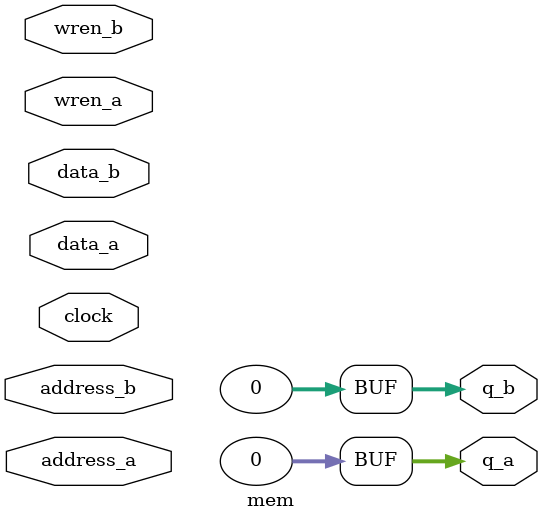
<source format=v>
module mem(	// file.cleaned.mlir:2:3
  input  [7:0]  address_a,	// file.cleaned.mlir:2:21
                address_b,	// file.cleaned.mlir:2:41
  input         clock,	// file.cleaned.mlir:2:61
  input  [31:0] data_a,	// file.cleaned.mlir:2:77
                data_b,	// file.cleaned.mlir:2:95
  input         wren_a,	// file.cleaned.mlir:2:113
                wren_b,	// file.cleaned.mlir:2:130
  output [31:0] q_a,	// file.cleaned.mlir:2:148
                q_b	// file.cleaned.mlir:2:163
);

  assign q_a = 32'h0;	// file.cleaned.mlir:3:15, :4:5
  assign q_b = 32'h0;	// file.cleaned.mlir:3:15, :4:5
endmodule


</source>
